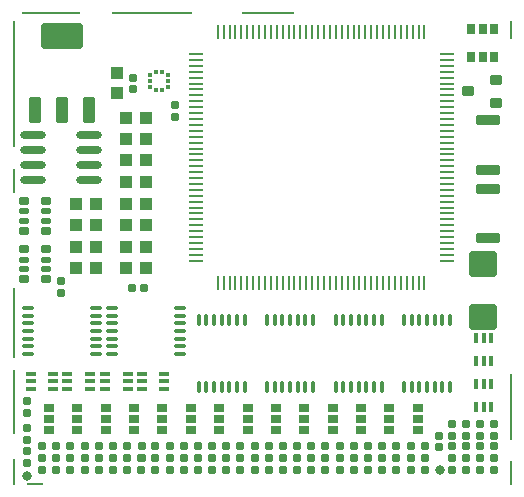
<source format=gtp>
G04*
G04 #@! TF.GenerationSoftware,Altium Limited,Altium Designer,22.11.1 (43)*
G04*
G04 Layer_Color=8421504*
%FSLAX25Y25*%
%MOIN*%
G70*
G04*
G04 #@! TF.SameCoordinates,33881630-BD02-48E5-AD41-075E7C08A960*
G04*
G04*
G04 #@! TF.FilePolarity,Positive*
G04*
G01*
G75*
%ADD18R,0.00787X0.21260*%
%ADD19R,0.00787X0.09055*%
%ADD20R,0.00787X0.23622*%
%ADD21R,0.00787X0.07874*%
%ADD22R,0.00787X0.08268*%
%ADD23R,0.00787X0.42126*%
%ADD24R,0.19685X0.00787*%
%ADD25R,0.26772X0.00787*%
%ADD26R,0.17717X0.00787*%
%ADD27R,0.00787X0.22441*%
%ADD28R,0.00787X0.06299*%
%ADD29R,0.05512X0.00787*%
%ADD30O,0.00866X0.05118*%
%ADD31O,0.05118X0.00866*%
G04:AMPARAMS|DCode=32|XSize=35.43mil|YSize=37.4mil|CornerRadius=3.54mil|HoleSize=0mil|Usage=FLASHONLY|Rotation=90.000|XOffset=0mil|YOffset=0mil|HoleType=Round|Shape=RoundedRectangle|*
%AMROUNDEDRECTD32*
21,1,0.03543,0.03032,0,0,90.0*
21,1,0.02835,0.03740,0,0,90.0*
1,1,0.00709,0.01516,0.01417*
1,1,0.00709,0.01516,-0.01417*
1,1,0.00709,-0.01516,-0.01417*
1,1,0.00709,-0.01516,0.01417*
%
%ADD32ROUNDEDRECTD32*%
G04:AMPARAMS|DCode=33|XSize=35.43mil|YSize=37.4mil|CornerRadius=3.54mil|HoleSize=0mil|Usage=FLASHONLY|Rotation=90.000|XOffset=0mil|YOffset=0mil|HoleType=Round|Shape=RoundedRectangle|*
%AMROUNDEDRECTD33*
21,1,0.03543,0.03032,0,0,90.0*
21,1,0.02835,0.03740,0,0,90.0*
1,1,0.00709,0.01516,0.01417*
1,1,0.00709,0.01516,-0.01417*
1,1,0.00709,-0.01516,-0.01417*
1,1,0.00709,-0.01516,0.01417*
%
%ADD33ROUNDEDRECTD33*%
G04:AMPARAMS|DCode=34|XSize=43.31mil|YSize=84.65mil|CornerRadius=4.33mil|HoleSize=0mil|Usage=FLASHONLY|Rotation=0.000|XOffset=0mil|YOffset=0mil|HoleType=Round|Shape=RoundedRectangle|*
%AMROUNDEDRECTD34*
21,1,0.04331,0.07598,0,0,0.0*
21,1,0.03465,0.08465,0,0,0.0*
1,1,0.00866,0.01732,-0.03799*
1,1,0.00866,-0.01732,-0.03799*
1,1,0.00866,-0.01732,0.03799*
1,1,0.00866,0.01732,0.03799*
%
%ADD34ROUNDEDRECTD34*%
G04:AMPARAMS|DCode=35|XSize=43.31mil|YSize=84.65mil|CornerRadius=4.33mil|HoleSize=0mil|Usage=FLASHONLY|Rotation=0.000|XOffset=0mil|YOffset=0mil|HoleType=Round|Shape=RoundedRectangle|*
%AMROUNDEDRECTD35*
21,1,0.04331,0.07599,0,0,0.0*
21,1,0.03465,0.08465,0,0,0.0*
1,1,0.00866,0.01732,-0.03799*
1,1,0.00866,-0.01732,-0.03799*
1,1,0.00866,-0.01732,0.03799*
1,1,0.00866,0.01732,0.03799*
%
%ADD35ROUNDEDRECTD35*%
G04:AMPARAMS|DCode=36|XSize=137.8mil|YSize=84.65mil|CornerRadius=8.47mil|HoleSize=0mil|Usage=FLASHONLY|Rotation=0.000|XOffset=0mil|YOffset=0mil|HoleType=Round|Shape=RoundedRectangle|*
%AMROUNDEDRECTD36*
21,1,0.13780,0.06772,0,0,0.0*
21,1,0.12087,0.08465,0,0,0.0*
1,1,0.01693,0.06043,-0.03386*
1,1,0.01693,-0.06043,-0.03386*
1,1,0.01693,-0.06043,0.03386*
1,1,0.01693,0.06043,0.03386*
%
%ADD36ROUNDEDRECTD36*%
G04:AMPARAMS|DCode=37|XSize=39.37mil|YSize=43.31mil|CornerRadius=3.94mil|HoleSize=0mil|Usage=FLASHONLY|Rotation=0.000|XOffset=0mil|YOffset=0mil|HoleType=Round|Shape=RoundedRectangle|*
%AMROUNDEDRECTD37*
21,1,0.03937,0.03543,0,0,0.0*
21,1,0.03150,0.04331,0,0,0.0*
1,1,0.00787,0.01575,-0.01772*
1,1,0.00787,-0.01575,-0.01772*
1,1,0.00787,-0.01575,0.01772*
1,1,0.00787,0.01575,0.01772*
%
%ADD37ROUNDEDRECTD37*%
G04:AMPARAMS|DCode=38|XSize=23.62mil|YSize=35.43mil|CornerRadius=2.36mil|HoleSize=0mil|Usage=FLASHONLY|Rotation=180.000|XOffset=0mil|YOffset=0mil|HoleType=Round|Shape=RoundedRectangle|*
%AMROUNDEDRECTD38*
21,1,0.02362,0.03071,0,0,180.0*
21,1,0.01890,0.03543,0,0,180.0*
1,1,0.00472,-0.00945,0.01535*
1,1,0.00472,0.00945,0.01535*
1,1,0.00472,0.00945,-0.01535*
1,1,0.00472,-0.00945,-0.01535*
%
%ADD38ROUNDEDRECTD38*%
G04:AMPARAMS|DCode=39|XSize=27.56mil|YSize=23.62mil|CornerRadius=2.36mil|HoleSize=0mil|Usage=FLASHONLY|Rotation=180.000|XOffset=0mil|YOffset=0mil|HoleType=Round|Shape=RoundedRectangle|*
%AMROUNDEDRECTD39*
21,1,0.02756,0.01890,0,0,180.0*
21,1,0.02284,0.02362,0,0,180.0*
1,1,0.00472,-0.01142,0.00945*
1,1,0.00472,0.01142,0.00945*
1,1,0.00472,0.01142,-0.00945*
1,1,0.00472,-0.01142,-0.00945*
%
%ADD39ROUNDEDRECTD39*%
G04:AMPARAMS|DCode=40|XSize=23.62mil|YSize=35.43mil|CornerRadius=2.36mil|HoleSize=0mil|Usage=FLASHONLY|Rotation=270.000|XOffset=0mil|YOffset=0mil|HoleType=Round|Shape=RoundedRectangle|*
%AMROUNDEDRECTD40*
21,1,0.02362,0.03071,0,0,270.0*
21,1,0.01890,0.03543,0,0,270.0*
1,1,0.00472,-0.01535,-0.00945*
1,1,0.00472,-0.01535,0.00945*
1,1,0.00472,0.01535,0.00945*
1,1,0.00472,0.01535,-0.00945*
%
%ADD40ROUNDEDRECTD40*%
G04:AMPARAMS|DCode=41|XSize=86.61mil|YSize=90.55mil|CornerRadius=8.66mil|HoleSize=0mil|Usage=FLASHONLY|Rotation=90.000|XOffset=0mil|YOffset=0mil|HoleType=Round|Shape=RoundedRectangle|*
%AMROUNDEDRECTD41*
21,1,0.08661,0.07323,0,0,90.0*
21,1,0.06929,0.09055,0,0,90.0*
1,1,0.01732,0.03661,0.03465*
1,1,0.01732,0.03661,-0.03465*
1,1,0.01732,-0.03661,-0.03465*
1,1,0.01732,-0.03661,0.03465*
%
%ADD41ROUNDEDRECTD41*%
%ADD42C,0.03150*%
G04:AMPARAMS|DCode=43|XSize=25.59mil|YSize=31.5mil|CornerRadius=2.56mil|HoleSize=0mil|Usage=FLASHONLY|Rotation=90.000|XOffset=0mil|YOffset=0mil|HoleType=Round|Shape=RoundedRectangle|*
%AMROUNDEDRECTD43*
21,1,0.02559,0.02638,0,0,90.0*
21,1,0.02047,0.03150,0,0,90.0*
1,1,0.00512,0.01319,0.01024*
1,1,0.00512,0.01319,-0.01024*
1,1,0.00512,-0.01319,-0.01024*
1,1,0.00512,-0.01319,0.01024*
%
%ADD43ROUNDEDRECTD43*%
G04:AMPARAMS|DCode=44|XSize=17.72mil|YSize=31.5mil|CornerRadius=1.77mil|HoleSize=0mil|Usage=FLASHONLY|Rotation=90.000|XOffset=0mil|YOffset=0mil|HoleType=Round|Shape=RoundedRectangle|*
%AMROUNDEDRECTD44*
21,1,0.01772,0.02795,0,0,90.0*
21,1,0.01417,0.03150,0,0,90.0*
1,1,0.00354,0.01398,0.00709*
1,1,0.00354,0.01398,-0.00709*
1,1,0.00354,-0.01398,-0.00709*
1,1,0.00354,-0.01398,0.00709*
%
%ADD44ROUNDEDRECTD44*%
G04:AMPARAMS|DCode=45|XSize=31.5mil|YSize=78.74mil|CornerRadius=3.15mil|HoleSize=0mil|Usage=FLASHONLY|Rotation=90.000|XOffset=0mil|YOffset=0mil|HoleType=Round|Shape=RoundedRectangle|*
%AMROUNDEDRECTD45*
21,1,0.03150,0.07244,0,0,90.0*
21,1,0.02520,0.07874,0,0,90.0*
1,1,0.00630,0.03622,0.01260*
1,1,0.00630,0.03622,-0.01260*
1,1,0.00630,-0.03622,-0.01260*
1,1,0.00630,-0.03622,0.01260*
%
%ADD45ROUNDEDRECTD45*%
%ADD46O,0.01181X0.04331*%
%ADD47O,0.04331X0.01181*%
G04:AMPARAMS|DCode=48|XSize=12.6mil|YSize=31.5mil|CornerRadius=1.26mil|HoleSize=0mil|Usage=FLASHONLY|Rotation=90.000|XOffset=0mil|YOffset=0mil|HoleType=Round|Shape=RoundedRectangle|*
%AMROUNDEDRECTD48*
21,1,0.01260,0.02898,0,0,90.0*
21,1,0.01008,0.03150,0,0,90.0*
1,1,0.00252,0.01449,0.00504*
1,1,0.00252,0.01449,-0.00504*
1,1,0.00252,-0.01449,-0.00504*
1,1,0.00252,-0.01449,0.00504*
%
%ADD48ROUNDEDRECTD48*%
%ADD49O,0.08661X0.02362*%
G04:AMPARAMS|DCode=50|XSize=12.6mil|YSize=31.5mil|CornerRadius=1.26mil|HoleSize=0mil|Usage=FLASHONLY|Rotation=180.000|XOffset=0mil|YOffset=0mil|HoleType=Round|Shape=RoundedRectangle|*
%AMROUNDEDRECTD50*
21,1,0.01260,0.02898,0,0,180.0*
21,1,0.01008,0.03150,0,0,180.0*
1,1,0.00252,-0.00504,0.01449*
1,1,0.00252,0.00504,0.01449*
1,1,0.00252,0.00504,-0.01449*
1,1,0.00252,-0.00504,-0.01449*
%
%ADD50ROUNDEDRECTD50*%
%ADD51R,0.01476X0.01378*%
%ADD52R,0.01378X0.01476*%
G04:AMPARAMS|DCode=53|XSize=39.37mil|YSize=43.31mil|CornerRadius=3.94mil|HoleSize=0mil|Usage=FLASHONLY|Rotation=270.000|XOffset=0mil|YOffset=0mil|HoleType=Round|Shape=RoundedRectangle|*
%AMROUNDEDRECTD53*
21,1,0.03937,0.03543,0,0,270.0*
21,1,0.03150,0.04331,0,0,270.0*
1,1,0.00787,-0.01772,-0.01575*
1,1,0.00787,-0.01772,0.01575*
1,1,0.00787,0.01772,0.01575*
1,1,0.00787,0.01772,-0.01575*
%
%ADD53ROUNDEDRECTD53*%
G04:AMPARAMS|DCode=54|XSize=27.56mil|YSize=23.62mil|CornerRadius=2.36mil|HoleSize=0mil|Usage=FLASHONLY|Rotation=90.000|XOffset=0mil|YOffset=0mil|HoleType=Round|Shape=RoundedRectangle|*
%AMROUNDEDRECTD54*
21,1,0.02756,0.01890,0,0,90.0*
21,1,0.02284,0.02362,0,0,90.0*
1,1,0.00472,0.00945,0.01142*
1,1,0.00472,0.00945,-0.01142*
1,1,0.00472,-0.00945,-0.01142*
1,1,0.00472,-0.00945,0.01142*
%
%ADD54ROUNDEDRECTD54*%
D18*
X394Y27559D02*
D03*
D19*
X394Y4528D02*
D03*
D20*
X394Y53937D02*
D03*
D21*
X166142Y3937D02*
D03*
D22*
X394Y101378D02*
D03*
D23*
Y133661D02*
D03*
D24*
X12992Y157480D02*
D03*
D25*
X46457D02*
D03*
D26*
X85236D02*
D03*
D27*
X166142Y26181D02*
D03*
D28*
Y151575D02*
D03*
D29*
X7480Y394D02*
D03*
D30*
X68405Y151083D02*
D03*
X70374D02*
D03*
X72342Y151083D02*
D03*
X74311D02*
D03*
X76279D02*
D03*
X78248D02*
D03*
X80216D02*
D03*
X82185Y151083D02*
D03*
X84153D02*
D03*
X86122D02*
D03*
X88090Y151083D02*
D03*
X90059D02*
D03*
X92028D02*
D03*
X93996D02*
D03*
X95965D02*
D03*
X97933D02*
D03*
X99902D02*
D03*
X101870D02*
D03*
X103839D02*
D03*
X105807D02*
D03*
X107776D02*
D03*
X109744Y151083D02*
D03*
X111713Y151083D02*
D03*
X113681D02*
D03*
X115650D02*
D03*
X117618D02*
D03*
X119587D02*
D03*
X121555Y151083D02*
D03*
X123524D02*
D03*
X125492D02*
D03*
X127461Y151083D02*
D03*
X129429D02*
D03*
X131398D02*
D03*
X133366D02*
D03*
X135335D02*
D03*
X137303Y151083D02*
D03*
Y67421D02*
D03*
X135335Y67421D02*
D03*
X133366D02*
D03*
X131398D02*
D03*
X129429D02*
D03*
X127461D02*
D03*
X125492Y67421D02*
D03*
X123524D02*
D03*
X121555D02*
D03*
X119587Y67421D02*
D03*
X117618D02*
D03*
X115650D02*
D03*
X113681D02*
D03*
X111713D02*
D03*
X109744Y67421D02*
D03*
X107776Y67421D02*
D03*
X105807D02*
D03*
X103839D02*
D03*
X101870D02*
D03*
X99902D02*
D03*
X97933D02*
D03*
X95965D02*
D03*
X93996D02*
D03*
X92028D02*
D03*
X90059D02*
D03*
X88090D02*
D03*
X86122Y67421D02*
D03*
X84153D02*
D03*
X82185D02*
D03*
X80216Y67421D02*
D03*
X78248D02*
D03*
X76279D02*
D03*
X74311D02*
D03*
X72342D02*
D03*
X70374Y67421D02*
D03*
X68405D02*
D03*
D31*
X144685Y143701D02*
D03*
Y141732D02*
D03*
X144685Y139764D02*
D03*
Y137795D02*
D03*
Y135827D02*
D03*
Y133858D02*
D03*
Y131890D02*
D03*
X144685Y129921D02*
D03*
Y127953D02*
D03*
Y125984D02*
D03*
X144685Y124016D02*
D03*
Y122047D02*
D03*
Y120079D02*
D03*
Y118110D02*
D03*
Y116142D02*
D03*
Y114173D02*
D03*
Y112205D02*
D03*
Y110236D02*
D03*
Y108268D02*
D03*
Y106299D02*
D03*
Y104331D02*
D03*
X144685Y102362D02*
D03*
X144685Y100394D02*
D03*
Y98425D02*
D03*
Y96457D02*
D03*
Y94488D02*
D03*
Y92520D02*
D03*
X144685Y90551D02*
D03*
Y88583D02*
D03*
Y86614D02*
D03*
X144685Y84646D02*
D03*
Y82677D02*
D03*
Y80709D02*
D03*
Y78740D02*
D03*
Y76772D02*
D03*
X144685Y74803D02*
D03*
X61024D02*
D03*
X61024Y76772D02*
D03*
Y78740D02*
D03*
Y80709D02*
D03*
Y82677D02*
D03*
Y84646D02*
D03*
X61024Y86614D02*
D03*
Y88583D02*
D03*
Y90551D02*
D03*
X61024Y92520D02*
D03*
Y94488D02*
D03*
Y96457D02*
D03*
Y98425D02*
D03*
Y100394D02*
D03*
X61024Y102362D02*
D03*
X61024Y104331D02*
D03*
Y106299D02*
D03*
Y108268D02*
D03*
Y110236D02*
D03*
Y112205D02*
D03*
Y114173D02*
D03*
Y116142D02*
D03*
Y118110D02*
D03*
Y120079D02*
D03*
Y122047D02*
D03*
Y124016D02*
D03*
X61024Y125984D02*
D03*
Y127953D02*
D03*
Y129921D02*
D03*
X61024Y131890D02*
D03*
Y133858D02*
D03*
Y135827D02*
D03*
Y137795D02*
D03*
Y139764D02*
D03*
X61024Y141732D02*
D03*
Y143701D02*
D03*
D32*
X161030Y127512D02*
D03*
X151778Y131252D02*
D03*
D33*
X161030Y134992D02*
D03*
D34*
X7480Y125197D02*
D03*
X25591D02*
D03*
D35*
X16535D02*
D03*
D36*
X16535Y149606D02*
D03*
D37*
X37795Y101181D02*
D03*
X44488Y101181D02*
D03*
Y108268D02*
D03*
X37795D02*
D03*
Y115354D02*
D03*
X44488D02*
D03*
Y122441D02*
D03*
X37795D02*
D03*
X27953Y93701D02*
D03*
X21260D02*
D03*
X44488Y93701D02*
D03*
X37795Y93701D02*
D03*
X27953Y86614D02*
D03*
X21260Y86614D02*
D03*
X44488Y86614D02*
D03*
X37795D02*
D03*
X27953Y79528D02*
D03*
X21260D02*
D03*
X44488D02*
D03*
X37795D02*
D03*
X21260Y72441D02*
D03*
X27953Y72441D02*
D03*
X44488Y72441D02*
D03*
X37795D02*
D03*
D38*
X160431Y152139D02*
D03*
X156691D02*
D03*
X152950D02*
D03*
Y142690D02*
D03*
X156691D02*
D03*
X160431D02*
D03*
D39*
X4724Y7480D02*
D03*
Y11417D02*
D03*
X151181Y20472D02*
D03*
Y16535D02*
D03*
X47638Y9055D02*
D03*
Y5118D02*
D03*
X61811Y9055D02*
D03*
X61811Y5118D02*
D03*
X80709Y12992D02*
D03*
Y9055D02*
D03*
Y5118D02*
D03*
Y9055D02*
D03*
X90158D02*
D03*
X90158Y12992D02*
D03*
X90158Y9055D02*
D03*
X90158Y5118D02*
D03*
X113780Y12992D02*
D03*
Y9055D02*
D03*
X137402D02*
D03*
X137402Y12992D02*
D03*
X137402Y9055D02*
D03*
X137402Y5118D02*
D03*
X54036Y122835D02*
D03*
Y126772D02*
D03*
X142126Y12598D02*
D03*
Y16535D02*
D03*
X4724Y28150D02*
D03*
Y24213D02*
D03*
X16142Y64173D02*
D03*
Y68110D02*
D03*
X160630Y16535D02*
D03*
Y20472D02*
D03*
X155905Y16535D02*
D03*
Y20472D02*
D03*
X146457Y16535D02*
D03*
Y20472D02*
D03*
X9843Y9055D02*
D03*
Y12992D02*
D03*
X14567Y9055D02*
D03*
Y12992D02*
D03*
X19291Y9055D02*
D03*
Y12992D02*
D03*
X24016Y9055D02*
D03*
Y12992D02*
D03*
X9843Y9055D02*
D03*
Y5118D02*
D03*
X14567Y9055D02*
D03*
Y5118D02*
D03*
X19291Y9055D02*
D03*
Y5118D02*
D03*
X24016Y9055D02*
D03*
Y5118D02*
D03*
X28740Y9055D02*
D03*
Y12992D02*
D03*
X33465Y9055D02*
D03*
Y12992D02*
D03*
X38189Y9055D02*
D03*
X38189Y12992D02*
D03*
X43031Y9055D02*
D03*
Y12992D02*
D03*
X28740Y9055D02*
D03*
Y5118D02*
D03*
X33465Y9055D02*
D03*
Y5118D02*
D03*
X38189Y9055D02*
D03*
X38189Y5118D02*
D03*
X42913Y9055D02*
D03*
Y5118D02*
D03*
X47638Y9055D02*
D03*
Y12992D02*
D03*
X52362Y9055D02*
D03*
Y12992D02*
D03*
X57087Y9055D02*
D03*
Y12992D02*
D03*
X61811Y9055D02*
D03*
Y12992D02*
D03*
X52362Y9055D02*
D03*
X52362Y5118D02*
D03*
X57087Y9055D02*
D03*
Y5118D02*
D03*
X66536Y12992D02*
D03*
Y9055D02*
D03*
X71260Y12992D02*
D03*
Y9055D02*
D03*
X75984Y12992D02*
D03*
Y9055D02*
D03*
X66536Y5118D02*
D03*
Y9055D02*
D03*
X71260Y5118D02*
D03*
Y9055D02*
D03*
X75984Y5118D02*
D03*
Y9055D02*
D03*
X85433D02*
D03*
Y12992D02*
D03*
X94882Y9055D02*
D03*
Y12992D02*
D03*
X99606Y9055D02*
D03*
Y12992D02*
D03*
X85433Y9055D02*
D03*
Y5118D02*
D03*
X94882Y9055D02*
D03*
Y5118D02*
D03*
X99606Y9055D02*
D03*
Y5118D02*
D03*
X104331Y12992D02*
D03*
Y9055D02*
D03*
X109055Y12992D02*
D03*
Y9055D02*
D03*
X118504Y12992D02*
D03*
Y9055D02*
D03*
X104331Y5118D02*
D03*
Y9055D02*
D03*
X109055Y5118D02*
D03*
Y9055D02*
D03*
X113780Y5118D02*
D03*
Y9055D02*
D03*
X118504Y5118D02*
D03*
Y9055D02*
D03*
X123228D02*
D03*
X123228Y12992D02*
D03*
X127953Y9055D02*
D03*
Y12992D02*
D03*
X132677Y9055D02*
D03*
Y12992D02*
D03*
X123228Y9055D02*
D03*
X123228Y5118D02*
D03*
X127953Y9055D02*
D03*
Y5118D02*
D03*
X132677Y9055D02*
D03*
Y5118D02*
D03*
X146457Y12992D02*
D03*
Y9055D02*
D03*
X151181Y12992D02*
D03*
Y9055D02*
D03*
X155905Y12992D02*
D03*
Y9055D02*
D03*
X160630Y12992D02*
D03*
Y9055D02*
D03*
X146457Y5118D02*
D03*
Y9055D02*
D03*
X151181Y5118D02*
D03*
Y9055D02*
D03*
X155905Y5118D02*
D03*
Y9055D02*
D03*
X160630Y5118D02*
D03*
Y9055D02*
D03*
X4724Y19094D02*
D03*
Y15157D02*
D03*
X40157Y131890D02*
D03*
Y135827D02*
D03*
D40*
X59449Y25787D02*
D03*
Y22047D02*
D03*
Y18307D02*
D03*
X50000Y18307D02*
D03*
Y22047D02*
D03*
X50000Y25787D02*
D03*
X21654D02*
D03*
X21654Y22047D02*
D03*
Y18307D02*
D03*
X12205D02*
D03*
Y22047D02*
D03*
X12205Y25787D02*
D03*
X40551Y25787D02*
D03*
Y22047D02*
D03*
Y18307D02*
D03*
X31102Y18307D02*
D03*
Y22047D02*
D03*
Y25787D02*
D03*
X78347D02*
D03*
Y22047D02*
D03*
Y18307D02*
D03*
X68898Y18307D02*
D03*
Y22047D02*
D03*
X68898Y25787D02*
D03*
X97244D02*
D03*
Y22047D02*
D03*
Y18307D02*
D03*
X87795D02*
D03*
Y22047D02*
D03*
Y25787D02*
D03*
X116142Y25787D02*
D03*
Y22047D02*
D03*
Y18307D02*
D03*
X106693D02*
D03*
Y22047D02*
D03*
Y25787D02*
D03*
X135039D02*
D03*
Y22047D02*
D03*
Y18307D02*
D03*
X125591Y18307D02*
D03*
Y22047D02*
D03*
X125591Y25787D02*
D03*
D41*
X156693Y55905D02*
D03*
Y73622D02*
D03*
D42*
X142402Y5118D02*
D03*
X4724Y3150D02*
D03*
D43*
X11024Y78642D02*
D03*
X3937D02*
D03*
Y68602D02*
D03*
X11024D02*
D03*
Y84744D02*
D03*
X3937D02*
D03*
Y94784D02*
D03*
X11024D02*
D03*
D44*
X3937Y72047D02*
D03*
Y75197D02*
D03*
X11024D02*
D03*
Y72047D02*
D03*
Y88189D02*
D03*
Y91339D02*
D03*
X3937D02*
D03*
Y88189D02*
D03*
D45*
X158661Y121653D02*
D03*
Y105118D02*
D03*
Y82284D02*
D03*
Y98819D02*
D03*
D46*
X145866Y55118D02*
D03*
X143307D02*
D03*
X140748D02*
D03*
X138189D02*
D03*
X135630D02*
D03*
X133071D02*
D03*
X130512D02*
D03*
X145866Y32677D02*
D03*
X143307Y32677D02*
D03*
X140748D02*
D03*
X138189Y32677D02*
D03*
X135630Y32677D02*
D03*
X133071D02*
D03*
X130512Y32677D02*
D03*
X77362Y55118D02*
D03*
X74803D02*
D03*
X72244D02*
D03*
X69685D02*
D03*
X67126D02*
D03*
X64567D02*
D03*
X62008D02*
D03*
X77362Y32677D02*
D03*
X74803D02*
D03*
X72244D02*
D03*
X69685D02*
D03*
X67126D02*
D03*
X64567D02*
D03*
X62008D02*
D03*
X100197Y55118D02*
D03*
X97638D02*
D03*
X95079D02*
D03*
X92520D02*
D03*
X89961D02*
D03*
X87402D02*
D03*
X84843D02*
D03*
X100197Y32677D02*
D03*
X97638D02*
D03*
X95079D02*
D03*
X92520D02*
D03*
X89961D02*
D03*
X87402D02*
D03*
X84843D02*
D03*
X123031Y55118D02*
D03*
X120472D02*
D03*
X117913D02*
D03*
X115354D02*
D03*
X112795D02*
D03*
X110236D02*
D03*
X107677D02*
D03*
X123031Y32677D02*
D03*
X120472D02*
D03*
X117913D02*
D03*
X115354D02*
D03*
X112795D02*
D03*
X110236D02*
D03*
X107677D02*
D03*
D47*
X55709Y43701D02*
D03*
Y46260D02*
D03*
Y48819D02*
D03*
Y51378D02*
D03*
Y53937D02*
D03*
Y56496D02*
D03*
Y59055D02*
D03*
X33268Y43701D02*
D03*
Y46260D02*
D03*
Y48819D02*
D03*
Y51378D02*
D03*
Y53937D02*
D03*
Y56496D02*
D03*
Y59055D02*
D03*
X27756Y43701D02*
D03*
Y46260D02*
D03*
Y48819D02*
D03*
Y51378D02*
D03*
Y53937D02*
D03*
Y56496D02*
D03*
Y59055D02*
D03*
X5315Y43701D02*
D03*
Y46260D02*
D03*
Y48819D02*
D03*
Y51378D02*
D03*
Y53937D02*
D03*
Y56496D02*
D03*
Y59055D02*
D03*
D48*
X38386Y32087D02*
D03*
Y34646D02*
D03*
Y37205D02*
D03*
X30906Y32087D02*
D03*
Y34646D02*
D03*
Y37205D02*
D03*
X18307Y37205D02*
D03*
Y34646D02*
D03*
Y32087D02*
D03*
X25787Y37205D02*
D03*
Y34646D02*
D03*
Y32087D02*
D03*
X13583Y32087D02*
D03*
Y34646D02*
D03*
Y37205D02*
D03*
X6102Y32087D02*
D03*
Y34646D02*
D03*
Y37205D02*
D03*
X43110Y37205D02*
D03*
Y34646D02*
D03*
Y32087D02*
D03*
X50591Y37205D02*
D03*
Y34646D02*
D03*
Y32087D02*
D03*
D49*
X6693Y116557D02*
D03*
X6693Y111557D02*
D03*
X6693Y106557D02*
D03*
Y101557D02*
D03*
X25591Y116557D02*
D03*
X25591Y111557D02*
D03*
X25591Y106557D02*
D03*
Y101557D02*
D03*
D50*
X159646Y49016D02*
D03*
X157087D02*
D03*
X154528D02*
D03*
X159646Y41535D02*
D03*
X157087Y41535D02*
D03*
X154528Y41535D02*
D03*
X159646Y33661D02*
D03*
X157087Y33661D02*
D03*
X154528Y33661D02*
D03*
X159646Y26181D02*
D03*
X157087D02*
D03*
X154528D02*
D03*
D51*
X45817Y132677D02*
D03*
Y134646D02*
D03*
Y136614D02*
D03*
X51821D02*
D03*
Y134646D02*
D03*
Y132677D02*
D03*
D52*
X47835Y137648D02*
D03*
X49803D02*
D03*
Y131644D02*
D03*
X47835D02*
D03*
D53*
X34941Y130709D02*
D03*
Y137402D02*
D03*
D54*
X43701Y65748D02*
D03*
X39764D02*
D03*
M02*

</source>
